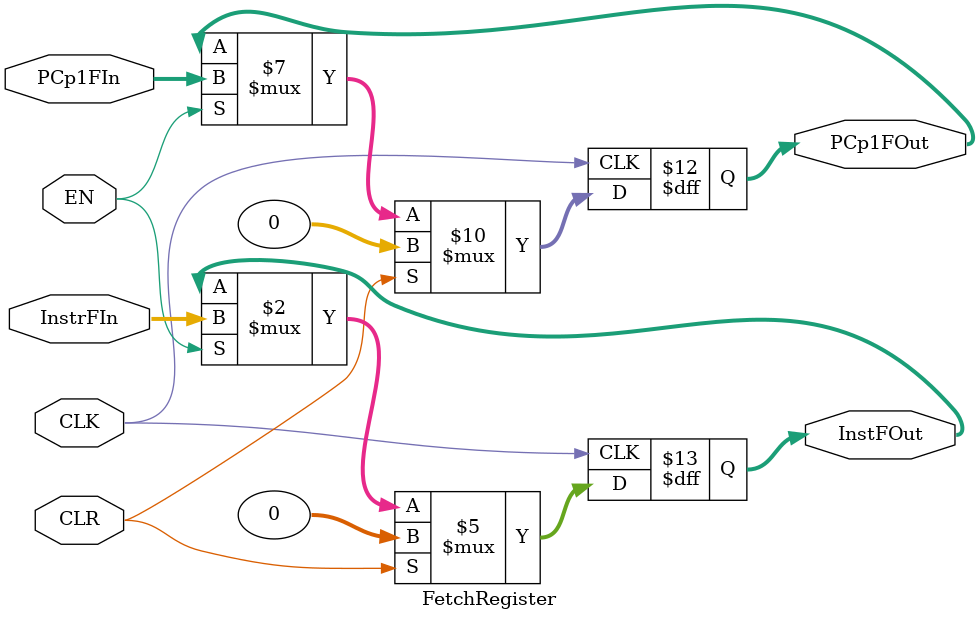
<source format=v>
`timescale 1ns / 1ps






module FetchRegister (input CLK, CLR, EN,
                      input [31:0] PCp1FIn, InstrFIn,
                      output reg [31:0] PCp1FOut, InstFOut);

always @(posedge CLK) begin

if (CLR) begin
PCp1FOut <= 32'b00000000000000000000000000000000;
InstFOut <= 32'b00000000000000000000000000000000;
end

else if (EN) begin
PCp1FOut <= PCp1FIn;
InstFOut <= InstrFIn;
end

end
endmodule
</source>
